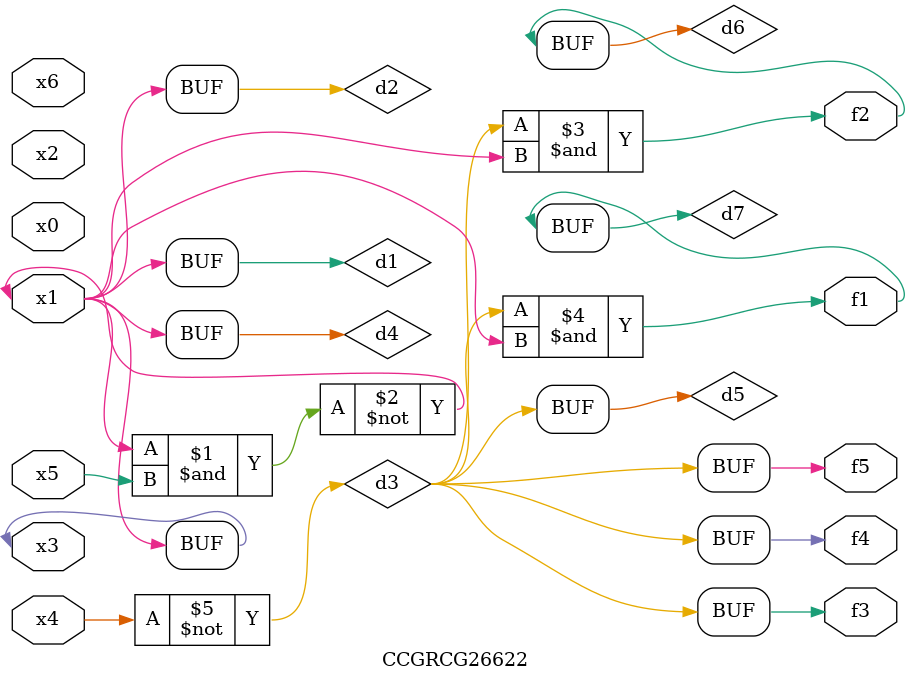
<source format=v>
module CCGRCG26622(
	input x0, x1, x2, x3, x4, x5, x6,
	output f1, f2, f3, f4, f5
);

	wire d1, d2, d3, d4, d5, d6, d7;

	buf (d1, x1, x3);
	nand (d2, x1, x5);
	not (d3, x4);
	buf (d4, d1, d2);
	buf (d5, d3);
	and (d6, d3, d4);
	and (d7, d3, d4);
	assign f1 = d7;
	assign f2 = d6;
	assign f3 = d5;
	assign f4 = d5;
	assign f5 = d5;
endmodule

</source>
